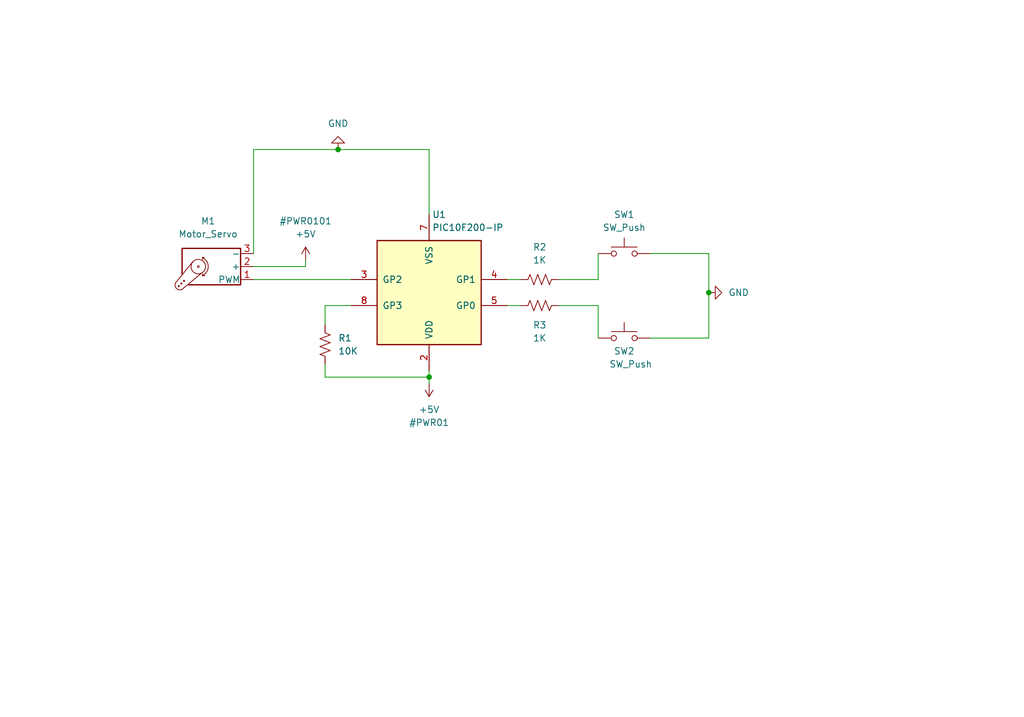
<source format=kicad_sch>
(kicad_sch (version 20230121) (generator eeschema)
  (paper "User" 200 140.005)
  (title_block (title "Controlling a Servo with PIC10F200 and push buttons") (company "Ricardo Lima Caratti"))
  (lib_symbols
    (symbol "Device:R_US" (pin_numbers hide) (pin_names (offset 0))
      (property "Reference" "R" (at 2.54 0 90))
      (property "Value" "R_US" (at -2.54 0 90))
      (symbol "R_US_0_1"
        (polyline (pts (xy 0 -2.286) (xy 0 -2.54)))
        (polyline (pts (xy 0 2.286) (xy 0 2.54)))
        (polyline (pts (xy 0 -0.762) (xy 1.016 -1.143) (xy 0 -1.524) (xy -1.016 -1.905) (xy 0 -2.286)))
        (polyline (pts (xy 0 0.762) (xy 1.016 0.381) (xy 0 0) (xy -1.016 -0.381) (xy 0 -0.762)))
        (polyline (pts (xy 0 2.286) (xy 1.016 1.905) (xy 0 1.524) (xy -1.016 1.143) (xy 0 0.762)))
      )
      (symbol "R_US_1_1"
        (pin passive line (at 0 3.81 270) (length 1.27) (name "~") (number "1"))
        (pin passive line (at 0 -3.81 90) (length 1.27) (name "~") (number "2"))
      )
    )
    (symbol "MCU_Microchip_PIC10:PIC10F200-IP" (pin_names (offset 1.016))
      (property "Reference" "U" (at 1.27 13.97 0))
      (property "Value" "PIC10F200-IP" (at 1.27 11.43 0))
      (symbol "PIC10F200-IP_0_1"
        (rectangle (start -10.16 10.16) (end 10.16 -10.16) (stroke (width 0.254)) (fill (type background)))
      )
      (symbol "PIC10F200-IP_1_1"
        (pin power_in line (at 0 15.24 270) (length 5.08) (name "VDD") (number "2"))
        (pin bidirectional line (at 15.24 -2.54 180) (length 5.08) (name "GP2") (number "3"))
        (pin bidirectional line (at -15.24 -2.54 0) (length 5.08) (name "GP1") (number "4"))
        (pin bidirectional line (at -15.24 2.54 0) (length 5.08) (name "GP0") (number "5"))
        (pin power_in line (at 0 -15.24 90) (length 5.08) (name "VSS") (number "7"))
        (pin input line (at 15.24 2.54 180) (length 5.08) (name "GP3") (number "8"))
      )
    )
    (symbol "Motor:Motor_Servo" (pin_names (offset 0.0254))
      (property "Reference" "M" (at -5.08 4.445 0))
      (property "Value" "Motor_Servo" (at -5.08 -4.064 0))
      (symbol "Motor_Servo_0_1"
        (polyline (pts (xy 2.413 -1.778) (xy 2.032 -1.778)))
        (polyline (pts (xy 2.413 -1.778) (xy 2.286 -1.397)))
        (polyline (pts (xy 2.413 1.778) (xy 1.905 1.778)))
        (polyline (pts (xy 2.413 1.778) (xy 2.286 1.397)))
        (polyline (pts (xy 6.35 4.445) (xy 2.54 1.27)))
        (polyline (pts (xy 7.62 3.175) (xy 4.191 -1.016)))
        (polyline (pts (xy 5.08 3.556) (xy -5.08 3.556) (xy -5.08 -3.556) (xy 6.35 -3.556) (xy 6.35 1.524)) (stroke (width 0.254)))
        (arc (start 2.413 1.778) (mid 1.2406 0) (end 2.413 -1.778))
        (circle (center 3.175 0) (radius 0.1778))
        (circle (center 3.175 0) (radius 1.4224))
        (circle (center 5.969 2.794) (radius 0.127))
        (circle (center 6.477 3.302) (radius 0.127))
        (circle (center 6.985 3.81) (radius 0.127))
        (arc (start 7.62 3.175) (mid 7.4485 4.2735) (end 6.35 4.445))
      )
      (symbol "Motor_Servo_1_1"
        (pin passive line (at -7.62 2.54 0) (length 2.54) (name "PWM") (number "1"))
        (pin passive line (at -7.62 0 0) (length 2.54) (name "+") (number "2"))
        (pin passive line (at -7.62 -2.54 0) (length 2.54) (name "-") (number "3"))
      )
    )
    (symbol "Switch:SW_Push" (pin_numbers hide) (pin_names (offset 1.016) hide)
      (property "Reference" "SW" (at 1.27 2.54 0))
      (property "Value" "SW_Push" (at 0 -1.524 0))
      (symbol "SW_Push_0_1"
        (circle (center -2.032 0) (radius 0.508))
        (polyline (pts (xy 0 1.27) (xy 0 3.048)))
        (polyline (pts (xy 2.54 1.27) (xy -2.54 1.27)))
        (circle (center 2.032 0) (radius 0.508))
        (pin passive line (at -5.08 0 0) (length 2.54) (name "1") (number "1"))
        (pin passive line (at 5.08 0 180) (length 2.54) (name "2") (number "2"))
      )
    )
    (symbol "power:+5V" (power) (pin_names (offset 0))
      (property "Value" "+5V" (at 0 3.556 0))
      (symbol "+5V_0_1"
        (polyline (pts (xy -0.762 1.27) (xy 0 2.54)))
        (polyline (pts (xy 0 0) (xy 0 2.54)))
        (polyline (pts (xy 0 2.54) (xy 0.762 1.27)))
      )
      (symbol "+5V_1_1"
        (pin power_in line (at 0 0 90) (length 0) hide (name "+5V") (number "1"))
      )
    )
    (symbol "power:GND" (power) (pin_names (offset 0))
      (property "Value" "GND" (at 0 -3.81 0))
      (symbol "GND_0_1"
        (polyline (pts (xy 0 0) (xy 0 -1.27) (xy 1.27 -1.27) (xy 0 -2.54) (xy -1.27 -1.27) (xy 0 -1.27)))
      )
      (symbol "GND_1_1"
        (pin power_in line (at 0 0 270) (length 0) hide (name "GND") (number "1"))
      )
    )
  )
  (junction (at 66.04 29.21))
  (junction (at 138.43 57.15))
  (junction (at 83.82 73.66))
  (wire (pts (xy 109.22 54.61) (xy 116.84 54.61)))
  (wire (pts (xy 66.04 29.21) (xy 83.82 29.21)))
  (wire (pts (xy 127 49.53) (xy 138.43 49.53)))
  (wire (pts (xy 83.82 72.39) (xy 83.82 73.66)))
  (wire (pts (xy 138.43 49.53) (xy 138.43 57.15)))
  (wire (pts (xy 63.5 73.66) (xy 83.82 73.66)))
  (wire (pts (xy 116.84 49.53) (xy 116.84 54.61)))
  (wire (pts (xy 83.82 41.91) (xy 83.82 29.21)))
  (wire (pts (xy 99.06 54.61) (xy 101.6 54.61)))
  (wire (pts (xy 99.06 59.69) (xy 101.6 59.69)))
  (wire (pts (xy 116.84 59.69) (xy 116.84 66.04)))
  (wire (pts (xy 109.22 59.69) (xy 116.84 59.69)))
  (wire (pts (xy 49.53 52.07) (xy 59.69 52.07)))
  (wire (pts (xy 49.53 54.61) (xy 68.58 54.61)))
  (wire (pts (xy 63.5 59.69) (xy 63.5 63.5)))
  (wire (pts (xy 68.58 59.69) (xy 63.5 59.69)))
  (wire (pts (xy 63.5 71.12) (xy 63.5 73.66)))
  (wire (pts (xy 127 66.04) (xy 138.43 66.04)))
  (wire (pts (xy 83.82 73.66) (xy 83.82 74.93)))
  (wire (pts (xy 59.69 50.8) (xy 59.69 52.07)))
  (wire (pts (xy 49.53 29.21) (xy 66.04 29.21)))
  (wire (pts (xy 138.43 57.15) (xy 138.43 66.04)))
  (wire (pts (xy 49.53 49.53) (xy 49.53 29.21)))
  (symbol (lib_id "Device:R_US") (at 105.41 59.69 270) (unit 1)
    (property "Reference" "R3" (at 105.41 63.5 90))
    (property "Value" "1K" (at 105.41 66.04 90))
  )
  (symbol (lib_id "Device:R_US") (at 63.5 67.31 180) (unit 1)
    (property "Reference" "R1" (at 66.04 66.04 0) (effects (justify right)))
    (property "Value" "10K" (at 66.04 68.58 0) (effects (justify right)))
  )
  (symbol (lib_id "Switch:SW_Push") (at 121.92 49.53 0) (unit 1)
    (property "Reference" "SW1" (at 121.92 41.91 0))
    (property "Value" "SW_Push" (at 121.92 44.45 0))
  )
  (symbol (lib_id "Switch:SW_Push") (at 121.92 66.04 0) (unit 1)
    (property "Reference" "SW2" (at 121.92 68.58 0))
    (property "Value" "SW_Push" (at 123.19 71.12 0))
  )
  (symbol (lib_id "Motor:Motor_Servo") (at 41.91 52.07 180) (unit 1)
    (property "Reference" "M1" (at 40.6511 43.18 0))
    (property "Value" "Motor_Servo" (at 40.6511 45.72 0))
    (property "Datasheet" "http://forums.parallax.com/uploads/attachments/46831/74481.png" (effects hide))
  )
  (symbol (lib_id "power:GND") (at 66.04 29.21 180) (unit 1)
    (property "Reference" "#PWR02" (effects hide))
    (property "Value" "GND" (at 66.04 24.13 0))
  )
  (symbol (lib_id "power:GND") (at 138.43 57.15 90) (unit 1)
    (property "Reference" "#PWR03" (effects hide))
    (property "Value" "GND" (at 142.24 57.15 90) (effects (justify right)))
  )
  (symbol (lib_id "power:+5V") (at 59.69 50.8 0) (unit 1)
    (property "Reference" "#PWR02" (at 59.69 43.18 0))
    (property "Value" "+5V" (at 59.69 45.72 0))
  )
  (symbol (lib_id "MCU_Microchip_PIC10:PIC10F200-IP") (at 83.82 57.15 180) (unit 1)
    (property "Reference" "U1" (at 84.4041 41.91 0) (effects (justify right)))
    (property "Value" "PIC10F200-IP" (at 84.4041 44.45 0) (effects (justify right)))
    (property "Footprint" "Package_DIP:DIP-8_W7.62mm" (effects hide))
    (property "Datasheet" "http://ww1.microchip.com/downloads/en/DeviceDoc/41239D.pdf" (effects hide))
  )
  (symbol (lib_id "Device:R_US") (at 105.41 54.61 270) (unit 1)
    (property "Reference" "R2" (at 105.41 48.26 90))
    (property "Value" "1K" (at 105.41 50.8 90))
  )
  (symbol (lib_id "power:+5V") (at 83.82 74.93 180) (unit 1)
    (property "Reference" "#PWR01" (at 83.82 82.55 0))
    (property "Value" "+5V" (at 83.82 80.01 0))
  )
)
</source>
